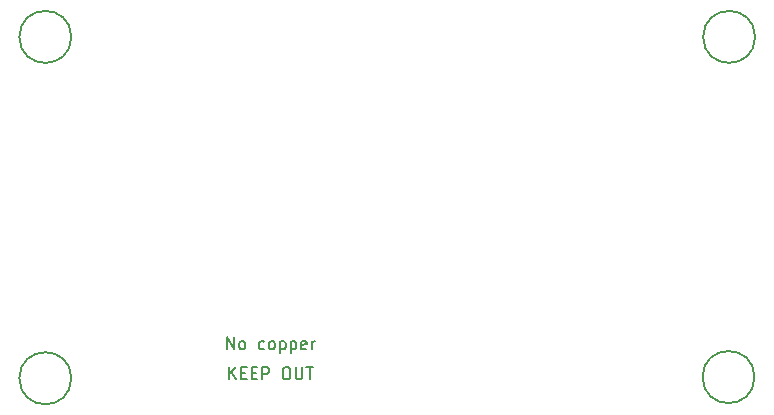
<source format=gbr>
%TF.GenerationSoftware,KiCad,Pcbnew,8.0.8*%
%TF.CreationDate,2026-01-01T17:30:43-08:00*%
%TF.ProjectId,navien,6e617669-656e-42e6-9b69-6361645f7063,rev?*%
%TF.SameCoordinates,Original*%
%TF.FileFunction,Other,Comment*%
%FSLAX46Y46*%
G04 Gerber Fmt 4.6, Leading zero omitted, Abs format (unit mm)*
G04 Created by KiCad (PCBNEW 8.0.8) date 2026-01-01 17:30:43*
%MOMM*%
%LPD*%
G01*
G04 APERTURE LIST*
%ADD10C,0.150000*%
G04 APERTURE END LIST*
D10*
X18571009Y3846781D02*
X18571009Y4846781D01*
X19142437Y3846781D02*
X18713866Y4418210D01*
X19142437Y4846781D02*
X18571009Y4275353D01*
X19571009Y4370591D02*
X19904342Y4370591D01*
X20047199Y3846781D02*
X19571009Y3846781D01*
X19571009Y3846781D02*
X19571009Y4846781D01*
X19571009Y4846781D02*
X20047199Y4846781D01*
X20475771Y4370591D02*
X20809104Y4370591D01*
X20951961Y3846781D02*
X20475771Y3846781D01*
X20475771Y3846781D02*
X20475771Y4846781D01*
X20475771Y4846781D02*
X20951961Y4846781D01*
X21380533Y3846781D02*
X21380533Y4846781D01*
X21380533Y4846781D02*
X21761485Y4846781D01*
X21761485Y4846781D02*
X21856723Y4799162D01*
X21856723Y4799162D02*
X21904342Y4751543D01*
X21904342Y4751543D02*
X21951961Y4656305D01*
X21951961Y4656305D02*
X21951961Y4513448D01*
X21951961Y4513448D02*
X21904342Y4418210D01*
X21904342Y4418210D02*
X21856723Y4370591D01*
X21856723Y4370591D02*
X21761485Y4322972D01*
X21761485Y4322972D02*
X21380533Y4322972D01*
X23332914Y4846781D02*
X23523390Y4846781D01*
X23523390Y4846781D02*
X23618628Y4799162D01*
X23618628Y4799162D02*
X23713866Y4703924D01*
X23713866Y4703924D02*
X23761485Y4513448D01*
X23761485Y4513448D02*
X23761485Y4180115D01*
X23761485Y4180115D02*
X23713866Y3989639D01*
X23713866Y3989639D02*
X23618628Y3894400D01*
X23618628Y3894400D02*
X23523390Y3846781D01*
X23523390Y3846781D02*
X23332914Y3846781D01*
X23332914Y3846781D02*
X23237676Y3894400D01*
X23237676Y3894400D02*
X23142438Y3989639D01*
X23142438Y3989639D02*
X23094819Y4180115D01*
X23094819Y4180115D02*
X23094819Y4513448D01*
X23094819Y4513448D02*
X23142438Y4703924D01*
X23142438Y4703924D02*
X23237676Y4799162D01*
X23237676Y4799162D02*
X23332914Y4846781D01*
X24190057Y4846781D02*
X24190057Y4037258D01*
X24190057Y4037258D02*
X24237676Y3942020D01*
X24237676Y3942020D02*
X24285295Y3894400D01*
X24285295Y3894400D02*
X24380533Y3846781D01*
X24380533Y3846781D02*
X24571009Y3846781D01*
X24571009Y3846781D02*
X24666247Y3894400D01*
X24666247Y3894400D02*
X24713866Y3942020D01*
X24713866Y3942020D02*
X24761485Y4037258D01*
X24761485Y4037258D02*
X24761485Y4846781D01*
X25094819Y4846781D02*
X25666247Y4846781D01*
X25380533Y3846781D02*
X25380533Y4846781D01*
X18404342Y6386781D02*
X18404342Y7386781D01*
X18404342Y7386781D02*
X18975770Y6386781D01*
X18975770Y6386781D02*
X18975770Y7386781D01*
X19594818Y6386781D02*
X19499580Y6434400D01*
X19499580Y6434400D02*
X19451961Y6482020D01*
X19451961Y6482020D02*
X19404342Y6577258D01*
X19404342Y6577258D02*
X19404342Y6862972D01*
X19404342Y6862972D02*
X19451961Y6958210D01*
X19451961Y6958210D02*
X19499580Y7005829D01*
X19499580Y7005829D02*
X19594818Y7053448D01*
X19594818Y7053448D02*
X19737675Y7053448D01*
X19737675Y7053448D02*
X19832913Y7005829D01*
X19832913Y7005829D02*
X19880532Y6958210D01*
X19880532Y6958210D02*
X19928151Y6862972D01*
X19928151Y6862972D02*
X19928151Y6577258D01*
X19928151Y6577258D02*
X19880532Y6482020D01*
X19880532Y6482020D02*
X19832913Y6434400D01*
X19832913Y6434400D02*
X19737675Y6386781D01*
X19737675Y6386781D02*
X19594818Y6386781D01*
X21547199Y6434400D02*
X21451961Y6386781D01*
X21451961Y6386781D02*
X21261485Y6386781D01*
X21261485Y6386781D02*
X21166247Y6434400D01*
X21166247Y6434400D02*
X21118628Y6482020D01*
X21118628Y6482020D02*
X21071009Y6577258D01*
X21071009Y6577258D02*
X21071009Y6862972D01*
X21071009Y6862972D02*
X21118628Y6958210D01*
X21118628Y6958210D02*
X21166247Y7005829D01*
X21166247Y7005829D02*
X21261485Y7053448D01*
X21261485Y7053448D02*
X21451961Y7053448D01*
X21451961Y7053448D02*
X21547199Y7005829D01*
X22118628Y6386781D02*
X22023390Y6434400D01*
X22023390Y6434400D02*
X21975771Y6482020D01*
X21975771Y6482020D02*
X21928152Y6577258D01*
X21928152Y6577258D02*
X21928152Y6862972D01*
X21928152Y6862972D02*
X21975771Y6958210D01*
X21975771Y6958210D02*
X22023390Y7005829D01*
X22023390Y7005829D02*
X22118628Y7053448D01*
X22118628Y7053448D02*
X22261485Y7053448D01*
X22261485Y7053448D02*
X22356723Y7005829D01*
X22356723Y7005829D02*
X22404342Y6958210D01*
X22404342Y6958210D02*
X22451961Y6862972D01*
X22451961Y6862972D02*
X22451961Y6577258D01*
X22451961Y6577258D02*
X22404342Y6482020D01*
X22404342Y6482020D02*
X22356723Y6434400D01*
X22356723Y6434400D02*
X22261485Y6386781D01*
X22261485Y6386781D02*
X22118628Y6386781D01*
X22880533Y7053448D02*
X22880533Y6053448D01*
X22880533Y7005829D02*
X22975771Y7053448D01*
X22975771Y7053448D02*
X23166247Y7053448D01*
X23166247Y7053448D02*
X23261485Y7005829D01*
X23261485Y7005829D02*
X23309104Y6958210D01*
X23309104Y6958210D02*
X23356723Y6862972D01*
X23356723Y6862972D02*
X23356723Y6577258D01*
X23356723Y6577258D02*
X23309104Y6482020D01*
X23309104Y6482020D02*
X23261485Y6434400D01*
X23261485Y6434400D02*
X23166247Y6386781D01*
X23166247Y6386781D02*
X22975771Y6386781D01*
X22975771Y6386781D02*
X22880533Y6434400D01*
X23785295Y7053448D02*
X23785295Y6053448D01*
X23785295Y7005829D02*
X23880533Y7053448D01*
X23880533Y7053448D02*
X24071009Y7053448D01*
X24071009Y7053448D02*
X24166247Y7005829D01*
X24166247Y7005829D02*
X24213866Y6958210D01*
X24213866Y6958210D02*
X24261485Y6862972D01*
X24261485Y6862972D02*
X24261485Y6577258D01*
X24261485Y6577258D02*
X24213866Y6482020D01*
X24213866Y6482020D02*
X24166247Y6434400D01*
X24166247Y6434400D02*
X24071009Y6386781D01*
X24071009Y6386781D02*
X23880533Y6386781D01*
X23880533Y6386781D02*
X23785295Y6434400D01*
X25071009Y6434400D02*
X24975771Y6386781D01*
X24975771Y6386781D02*
X24785295Y6386781D01*
X24785295Y6386781D02*
X24690057Y6434400D01*
X24690057Y6434400D02*
X24642438Y6529639D01*
X24642438Y6529639D02*
X24642438Y6910591D01*
X24642438Y6910591D02*
X24690057Y7005829D01*
X24690057Y7005829D02*
X24785295Y7053448D01*
X24785295Y7053448D02*
X24975771Y7053448D01*
X24975771Y7053448D02*
X25071009Y7005829D01*
X25071009Y7005829D02*
X25118628Y6910591D01*
X25118628Y6910591D02*
X25118628Y6815353D01*
X25118628Y6815353D02*
X24642438Y6720115D01*
X25547200Y6386781D02*
X25547200Y7053448D01*
X25547200Y6862972D02*
X25594819Y6958210D01*
X25594819Y6958210D02*
X25642438Y7005829D01*
X25642438Y7005829D02*
X25737676Y7053448D01*
X25737676Y7053448D02*
X25832914Y7053448D01*
%TO.C,REF3*%
X63050000Y4031600D02*
G75*
G02*
X58650000Y4031600I-2200000J0D01*
G01*
X58650000Y4031600D02*
G75*
G02*
X63050000Y4031600I2200000J0D01*
G01*
%TO.C,REF1*%
X5203148Y32831600D02*
G75*
G02*
X803148Y32831600I-2200000J0D01*
G01*
X803148Y32831600D02*
G75*
G02*
X5203148Y32831600I2200000J0D01*
G01*
%TO.C,REF4*%
X5203148Y3931600D02*
G75*
G02*
X803148Y3931600I-2200000J0D01*
G01*
X803148Y3931600D02*
G75*
G02*
X5203148Y3931600I2200000J0D01*
G01*
%TO.C,REF2*%
X63100000Y32831600D02*
G75*
G02*
X58700000Y32831600I-2200000J0D01*
G01*
X58700000Y32831600D02*
G75*
G02*
X63100000Y32831600I2200000J0D01*
G01*
%TD*%
M02*

</source>
